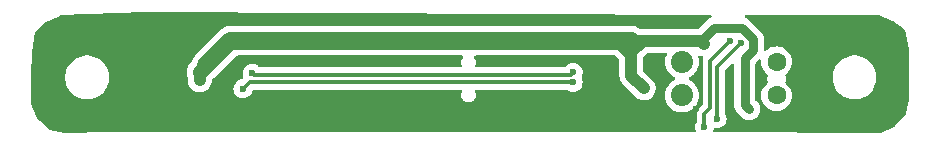
<source format=gbr>
%TF.GenerationSoftware,KiCad,Pcbnew,8.0.5*%
%TF.CreationDate,2025-06-09T13:31:45+03:00*%
%TF.ProjectId,Secondary Board,5365636f-6e64-4617-9279-20426f617264,rev?*%
%TF.SameCoordinates,Original*%
%TF.FileFunction,Copper,L2,Bot*%
%TF.FilePolarity,Positive*%
%FSLAX46Y46*%
G04 Gerber Fmt 4.6, Leading zero omitted, Abs format (unit mm)*
G04 Created by KiCad (PCBNEW 8.0.5) date 2025-06-09 13:31:45*
%MOMM*%
%LPD*%
G01*
G04 APERTURE LIST*
%TA.AperFunction,ComponentPad*%
%ADD10C,1.875000*%
%TD*%
%TA.AperFunction,ComponentPad*%
%ADD11C,1.600000*%
%TD*%
%TA.AperFunction,ViaPad*%
%ADD12C,0.600000*%
%TD*%
%TA.AperFunction,ViaPad*%
%ADD13C,0.800000*%
%TD*%
%TA.AperFunction,Conductor*%
%ADD14C,0.300000*%
%TD*%
%TA.AperFunction,Conductor*%
%ADD15C,1.250000*%
%TD*%
%TA.AperFunction,Conductor*%
%ADD16C,0.800000*%
%TD*%
%TA.AperFunction,Conductor*%
%ADD17C,1.000000*%
%TD*%
%TA.AperFunction,Conductor*%
%ADD18C,1.500000*%
%TD*%
G04 APERTURE END LIST*
D10*
%TO.P,J1,MH1,MH1*%
%TO.N,unconnected-(J1-PadMH1)*%
X165375000Y-93520000D03*
D11*
%TO.P,J1,MH2,MH2*%
%TO.N,unconnected-(J1-PadMH2)*%
X173375000Y-93520000D03*
%TO.P,J1,MH3,MH3*%
%TO.N,unconnected-(J1-PadMH3)*%
X173375000Y-96380000D03*
D10*
%TO.P,J1,MH4,MH4*%
%TO.N,unconnected-(J1-PadMH4)*%
X165375000Y-96380000D03*
%TD*%
D12*
%TO.N,/USB_C_P*%
X169415380Y-91788380D03*
X167275000Y-99048000D03*
%TO.N,/USB_C_N*%
X170389944Y-91953896D03*
X168337000Y-98348000D03*
%TO.N,/USB_N*%
X156162932Y-94433492D03*
X129000000Y-94500000D03*
%TO.N,GND*%
X175925000Y-95025000D03*
D13*
X113050000Y-91550000D03*
D12*
X154675000Y-93400000D03*
D13*
X179900000Y-98700000D03*
X163039944Y-93603896D03*
X111450000Y-96400000D03*
D12*
X166575000Y-97548000D03*
D13*
X147700000Y-98650000D03*
X139950000Y-98200000D03*
X113800000Y-98100000D03*
D12*
X166775000Y-94848000D03*
D13*
X120500000Y-91150000D03*
X117550000Y-91450000D03*
X134750000Y-98150000D03*
D12*
X144775000Y-96775000D03*
D13*
X137000000Y-98150000D03*
X182650000Y-91550000D03*
X159789944Y-97253896D03*
X155675000Y-98725000D03*
D12*
X129200000Y-93300000D03*
D13*
X161439944Y-98803896D03*
X111550000Y-93600000D03*
X177425000Y-98075000D03*
D12*
X139500000Y-93450000D03*
X171975000Y-94848000D03*
D13*
X119550000Y-93625000D03*
X150400000Y-98675000D03*
X182450000Y-97900000D03*
X126350000Y-95599998D03*
X152675000Y-98650000D03*
D12*
X157120840Y-94848000D03*
D13*
X119400000Y-96400000D03*
X177900000Y-91275000D03*
D12*
X124700000Y-90800000D03*
D13*
X142350000Y-98475000D03*
X144925000Y-98550000D03*
D12*
X172575000Y-97748000D03*
D13*
X138500000Y-96600000D03*
X120525000Y-98475000D03*
D12*
X153050000Y-93400000D03*
X137250000Y-93450000D03*
D13*
X154200000Y-97350000D03*
X156989944Y-97253896D03*
X179950000Y-90800000D03*
D12*
X172575000Y-91948000D03*
D13*
X141300000Y-96750000D03*
D12*
X142150000Y-93450000D03*
X131500000Y-93450000D03*
X127450000Y-94300000D03*
D13*
X117150000Y-97950000D03*
X158389944Y-98753896D03*
X183400000Y-94950000D03*
D12*
X150300000Y-96875000D03*
%TO.N,/USB_P*%
X156154234Y-95277449D03*
X128200000Y-95800000D03*
%TO.N,/VBUS*%
X171375000Y-92548000D03*
D13*
X125075000Y-93875000D03*
D12*
X171075000Y-97548000D03*
X167275000Y-92048000D03*
X161450000Y-95150000D03*
X162150000Y-95750000D03*
X170655000Y-95028000D03*
D13*
X124525000Y-95100000D03*
%TD*%
D14*
%TO.N,/USB_C_P*%
X167275000Y-97948000D02*
X167275000Y-99048000D01*
X167775000Y-97448000D02*
X167275000Y-97948000D01*
X167775000Y-93418840D02*
X167775000Y-97448000D01*
X169415380Y-91788380D02*
X169405460Y-91788380D01*
X169405460Y-91788380D02*
X167775000Y-93418840D01*
%TO.N,/USB_C_N*%
X168337000Y-94006840D02*
X168337000Y-98348000D01*
X170389944Y-91953896D02*
X168337000Y-94006840D01*
%TO.N,/USB_N*%
X156162932Y-94433492D02*
X156162932Y-94461669D01*
X129000000Y-94500000D02*
X129150000Y-94650000D01*
X155946424Y-94650000D02*
X156162932Y-94433492D01*
X129150000Y-94650000D02*
X155946424Y-94650000D01*
%TO.N,/USB_P*%
X128200000Y-95800000D02*
X128775000Y-95225000D01*
X156154234Y-95277449D02*
X156105681Y-95228896D01*
X128775000Y-95225000D02*
X156101785Y-95225000D01*
X156101785Y-95225000D02*
X156154234Y-95277449D01*
D15*
%TO.N,/VBUS*%
X125150000Y-93825000D02*
X124550000Y-94425000D01*
D16*
X171375000Y-91561604D02*
X170461396Y-90648000D01*
D17*
X166975000Y-91748000D02*
X167275000Y-92048000D01*
D16*
X171075000Y-97548000D02*
X170675000Y-97148000D01*
D14*
X171275000Y-92448000D02*
X171275000Y-92028761D01*
D17*
X124550000Y-95100000D02*
X124550000Y-94400000D01*
X161075000Y-91748000D02*
X162039944Y-91748000D01*
X161075000Y-92712944D02*
X162039944Y-91748000D01*
D18*
X127180896Y-91744104D02*
X159886048Y-91744104D01*
D17*
X161075000Y-94648000D02*
X161075000Y-94700000D01*
D16*
X170675000Y-97148000D02*
X170675000Y-93248000D01*
X170461396Y-90648000D02*
X168075000Y-90648000D01*
X170675000Y-93248000D02*
X171375000Y-92548000D01*
D17*
X161075000Y-93053896D02*
X161075000Y-94648000D01*
X161075000Y-94700000D02*
X162150000Y-95775000D01*
D16*
X171375000Y-92548000D02*
X171375000Y-91561604D01*
D18*
X159886048Y-91744104D02*
X159889944Y-91748000D01*
D16*
X168075000Y-90648000D02*
X166975000Y-91748000D01*
D18*
X125109552Y-93815448D02*
X127055896Y-91869104D01*
D17*
X161075000Y-92933056D02*
X159889944Y-91748000D01*
X161075000Y-91748000D02*
X166975000Y-91748000D01*
D14*
X171375000Y-92548000D02*
X171275000Y-92448000D01*
D17*
X161075000Y-93053896D02*
X161075000Y-92712944D01*
X161075000Y-93053896D02*
X161075000Y-92933056D01*
D18*
X159889944Y-91748000D02*
X161075000Y-91748000D01*
D17*
X161075000Y-91748000D02*
X161075000Y-93053896D01*
D18*
X127055896Y-91869104D02*
X127180896Y-91744104D01*
%TD*%
%TA.AperFunction,Conductor*%
%TO.N,GND*%
G36*
X182125875Y-89599903D02*
G01*
X182172327Y-89609134D01*
X182187116Y-89615184D01*
X183001979Y-89948537D01*
X183233828Y-90043384D01*
X183263714Y-90060827D01*
X184166333Y-90773421D01*
X184206754Y-90830411D01*
X184210047Y-90841698D01*
X184596307Y-92444675D01*
X184599740Y-92475766D01*
X184575288Y-93959995D01*
X184575056Y-93974104D01*
X184575288Y-93999500D01*
X184599874Y-96696257D01*
X184597112Y-96723437D01*
X184346733Y-97888664D01*
X184318925Y-97944148D01*
X183398974Y-98998258D01*
X183353374Y-99031130D01*
X182183032Y-99520371D01*
X182135035Y-99529965D01*
X168135813Y-99510593D01*
X168068801Y-99490816D01*
X168023119Y-99437948D01*
X168013272Y-99368776D01*
X168018944Y-99345638D01*
X168062669Y-99220681D01*
X168065434Y-99221648D01*
X168093121Y-99172112D01*
X168154770Y-99139233D01*
X168193817Y-99137433D01*
X168336996Y-99153565D01*
X168337000Y-99153565D01*
X168337004Y-99153565D01*
X168516249Y-99133369D01*
X168516252Y-99133368D01*
X168516255Y-99133368D01*
X168686522Y-99073789D01*
X168839262Y-98977816D01*
X168966816Y-98850262D01*
X169062789Y-98697522D01*
X169122368Y-98527255D01*
X169131242Y-98448498D01*
X169142565Y-98348003D01*
X169142565Y-98347996D01*
X169122369Y-98168750D01*
X169122366Y-98168737D01*
X169062790Y-97998481D01*
X169062789Y-97998478D01*
X169028651Y-97944148D01*
X169006506Y-97908903D01*
X168987500Y-97842931D01*
X168987500Y-94327648D01*
X169007185Y-94260609D01*
X169023819Y-94239967D01*
X169562819Y-93700967D01*
X169624142Y-93667482D01*
X169693834Y-93672466D01*
X169749767Y-93714338D01*
X169774184Y-93779802D01*
X169774500Y-93788648D01*
X169774500Y-97236696D01*
X169809103Y-97410659D01*
X169809104Y-97410663D01*
X169809105Y-97410666D01*
X169829254Y-97459308D01*
X169876984Y-97574542D01*
X169876988Y-97574549D01*
X169918510Y-97636692D01*
X169918511Y-97636692D01*
X169975537Y-97722038D01*
X169975540Y-97722041D01*
X170500960Y-98247460D01*
X170500964Y-98247463D01*
X170648446Y-98346008D01*
X170648455Y-98346013D01*
X170685579Y-98361390D01*
X170812334Y-98413894D01*
X170986303Y-98448498D01*
X170986307Y-98448499D01*
X170986308Y-98448499D01*
X171163692Y-98448499D01*
X171163693Y-98448498D01*
X171337666Y-98413894D01*
X171501546Y-98346012D01*
X171649035Y-98247463D01*
X171774463Y-98122035D01*
X171873012Y-97974546D01*
X171940894Y-97810666D01*
X171974866Y-97639873D01*
X171975499Y-97636692D01*
X171975499Y-97459303D01*
X171940895Y-97285341D01*
X171940894Y-97285334D01*
X171873012Y-97121453D01*
X171873011Y-97121452D01*
X171873008Y-97121446D01*
X171774463Y-96973964D01*
X171774460Y-96973960D01*
X171611819Y-96811319D01*
X171578334Y-96749996D01*
X171575500Y-96723638D01*
X171575500Y-93672361D01*
X171595185Y-93605322D01*
X171611819Y-93584680D01*
X171717075Y-93479424D01*
X171866314Y-93330184D01*
X171927635Y-93296701D01*
X171997326Y-93301685D01*
X172053260Y-93343556D01*
X172077677Y-93409021D01*
X172077521Y-93428673D01*
X172069532Y-93519996D01*
X172069532Y-93520001D01*
X172089364Y-93746686D01*
X172089366Y-93746697D01*
X172148258Y-93966488D01*
X172148261Y-93966497D01*
X172244431Y-94172732D01*
X172244432Y-94172734D01*
X172374954Y-94359141D01*
X172535857Y-94520044D01*
X172535860Y-94520046D01*
X172535861Y-94520047D01*
X172579606Y-94550677D01*
X172623231Y-94605252D01*
X172630425Y-94674751D01*
X172623045Y-94699703D01*
X172614878Y-94719420D01*
X172614876Y-94719427D01*
X172584500Y-94872138D01*
X172584500Y-95027861D01*
X172614876Y-95180572D01*
X172614878Y-95180580D01*
X172623043Y-95200293D01*
X172623044Y-95200294D01*
X172630513Y-95269764D01*
X172599238Y-95332243D01*
X172579608Y-95349320D01*
X172535861Y-95379953D01*
X172374951Y-95540862D01*
X172244432Y-95727265D01*
X172244431Y-95727267D01*
X172148261Y-95933502D01*
X172148258Y-95933511D01*
X172089366Y-96153302D01*
X172089364Y-96153313D01*
X172069532Y-96379998D01*
X172069532Y-96380001D01*
X172089364Y-96606686D01*
X172089366Y-96606697D01*
X172148258Y-96826488D01*
X172148261Y-96826497D01*
X172244431Y-97032732D01*
X172244432Y-97032734D01*
X172374954Y-97219141D01*
X172535858Y-97380045D01*
X172535861Y-97380047D01*
X172722266Y-97510568D01*
X172928504Y-97606739D01*
X173148308Y-97665635D01*
X173310230Y-97679801D01*
X173374998Y-97685468D01*
X173375000Y-97685468D01*
X173375002Y-97685468D01*
X173431673Y-97680509D01*
X173601692Y-97665635D01*
X173821496Y-97606739D01*
X174027734Y-97510568D01*
X174214139Y-97380047D01*
X174375047Y-97219139D01*
X174505568Y-97032734D01*
X174601739Y-96826496D01*
X174660635Y-96606692D01*
X174680468Y-96380000D01*
X174680467Y-96379994D01*
X174669000Y-96248921D01*
X174660635Y-96153308D01*
X174601739Y-95933504D01*
X174505568Y-95727266D01*
X174375047Y-95540861D01*
X174375045Y-95540858D01*
X174214140Y-95379953D01*
X174170394Y-95349322D01*
X174126769Y-95294745D01*
X174119576Y-95225247D01*
X174126957Y-95200293D01*
X174135119Y-95180588D01*
X174135119Y-95180585D01*
X174135122Y-95180580D01*
X174165500Y-95027857D01*
X174165500Y-94872143D01*
X174135797Y-94722815D01*
X178134556Y-94722815D01*
X178134556Y-94965392D01*
X178166217Y-95205889D01*
X178229003Y-95440208D01*
X178321829Y-95664309D01*
X178321832Y-95664316D01*
X178443120Y-95874393D01*
X178443122Y-95874396D01*
X178443123Y-95874397D01*
X178590789Y-96066840D01*
X178590795Y-96066847D01*
X178762312Y-96238364D01*
X178762319Y-96238370D01*
X178794925Y-96263389D01*
X178954767Y-96386040D01*
X179164844Y-96507328D01*
X179388956Y-96600158D01*
X179623267Y-96662942D01*
X179803642Y-96686688D01*
X179863767Y-96694604D01*
X179863768Y-96694604D01*
X180106345Y-96694604D01*
X180154444Y-96688271D01*
X180346845Y-96662942D01*
X180581156Y-96600158D01*
X180805268Y-96507328D01*
X181015345Y-96386040D01*
X181207794Y-96238369D01*
X181379321Y-96066842D01*
X181526992Y-95874393D01*
X181648280Y-95664316D01*
X181741110Y-95440204D01*
X181803894Y-95205893D01*
X181835556Y-94965392D01*
X181835556Y-94722816D01*
X181803894Y-94482315D01*
X181741110Y-94248004D01*
X181648280Y-94023892D01*
X181526992Y-93813815D01*
X181399853Y-93648124D01*
X181379322Y-93621367D01*
X181379316Y-93621360D01*
X181207799Y-93449843D01*
X181207792Y-93449837D01*
X181015349Y-93302171D01*
X181015348Y-93302170D01*
X181015345Y-93302168D01*
X180805268Y-93180880D01*
X180800068Y-93178726D01*
X180581160Y-93088051D01*
X180346841Y-93025265D01*
X180106345Y-92993604D01*
X180106344Y-92993604D01*
X179863768Y-92993604D01*
X179863767Y-92993604D01*
X179623270Y-93025265D01*
X179388951Y-93088051D01*
X179164850Y-93180877D01*
X179164841Y-93180881D01*
X178954762Y-93302171D01*
X178762319Y-93449837D01*
X178762312Y-93449843D01*
X178590795Y-93621360D01*
X178590789Y-93621367D01*
X178443123Y-93813810D01*
X178321833Y-94023889D01*
X178321831Y-94023894D01*
X178229003Y-94247999D01*
X178166217Y-94482318D01*
X178134556Y-94722815D01*
X174135797Y-94722815D01*
X174135122Y-94719420D01*
X174126955Y-94699705D01*
X174119486Y-94630238D01*
X174150759Y-94567758D01*
X174170386Y-94550682D01*
X174214139Y-94520047D01*
X174375047Y-94359139D01*
X174505568Y-94172734D01*
X174601739Y-93966496D01*
X174660635Y-93746692D01*
X174680468Y-93520000D01*
X174680467Y-93519994D01*
X174672478Y-93428673D01*
X174660635Y-93293308D01*
X174601739Y-93073504D01*
X174505568Y-92867266D01*
X174375047Y-92680861D01*
X174375045Y-92680858D01*
X174214141Y-92519954D01*
X174027734Y-92389432D01*
X174027732Y-92389431D01*
X173821497Y-92293261D01*
X173821488Y-92293258D01*
X173601697Y-92234366D01*
X173601693Y-92234365D01*
X173601692Y-92234365D01*
X173601691Y-92234364D01*
X173601686Y-92234364D01*
X173375002Y-92214532D01*
X173374998Y-92214532D01*
X173148313Y-92234364D01*
X173148302Y-92234366D01*
X172928511Y-92293258D01*
X172928502Y-92293261D01*
X172722267Y-92389431D01*
X172722265Y-92389432D01*
X172535858Y-92519954D01*
X172487181Y-92568632D01*
X172425858Y-92602117D01*
X172356166Y-92597133D01*
X172300233Y-92555261D01*
X172275816Y-92489797D01*
X172275500Y-92480951D01*
X172275500Y-91472914D01*
X172275499Y-91472907D01*
X172272169Y-91456161D01*
X172272169Y-91456160D01*
X172240896Y-91298945D01*
X172240895Y-91298938D01*
X172189841Y-91175684D01*
X172173013Y-91135057D01*
X172173012Y-91135055D01*
X172173011Y-91135053D01*
X172084783Y-91003012D01*
X172084780Y-91003008D01*
X172074464Y-90987568D01*
X171035431Y-89948535D01*
X171035426Y-89948531D01*
X170976357Y-89909064D01*
X170976356Y-89909063D01*
X170887940Y-89849985D01*
X170887938Y-89849984D01*
X170806003Y-89816046D01*
X170806002Y-89816046D01*
X170750291Y-89792969D01*
X170695889Y-89749128D01*
X170673825Y-89682834D01*
X170691105Y-89615135D01*
X170742242Y-89567525D01*
X170798241Y-89554410D01*
X182125875Y-89599903D01*
G37*
%TD.AperFunction*%
%TA.AperFunction,Conductor*%
G36*
X167768522Y-89542243D02*
G01*
X167835482Y-89562197D01*
X167881024Y-89615184D01*
X167890690Y-89684382D01*
X167861410Y-89747820D01*
X167815477Y-89780803D01*
X167730393Y-89816046D01*
X167648455Y-89849985D01*
X167560040Y-89909063D01*
X167560039Y-89909064D01*
X167500961Y-89948537D01*
X167500960Y-89948538D01*
X166738319Y-90711181D01*
X166676996Y-90744666D01*
X166650638Y-90747500D01*
X161865699Y-90747500D01*
X161798660Y-90727815D01*
X161792814Y-90723818D01*
X161730408Y-90678478D01*
X161730407Y-90678477D01*
X161730405Y-90678476D01*
X161675636Y-90650569D01*
X161555029Y-90589117D01*
X161367826Y-90528290D01*
X161173422Y-90497500D01*
X161173417Y-90497500D01*
X160018822Y-90497500D01*
X159999424Y-90495973D01*
X159990094Y-90494495D01*
X159984466Y-90493604D01*
X159984465Y-90493604D01*
X127082479Y-90493604D01*
X127082474Y-90493604D01*
X126888069Y-90524394D01*
X126700865Y-90585221D01*
X126525490Y-90674580D01*
X126434638Y-90740588D01*
X126366251Y-90790275D01*
X126366249Y-90790277D01*
X126366248Y-90790277D01*
X124155726Y-93000799D01*
X124155726Y-93000800D01*
X124155724Y-93000802D01*
X124137950Y-93025266D01*
X124040028Y-93160042D01*
X123950670Y-93335416D01*
X123950668Y-93335421D01*
X123950668Y-93335422D01*
X123926754Y-93409021D01*
X123913077Y-93451113D01*
X123882828Y-93500474D01*
X123691513Y-93691790D01*
X123587389Y-93835106D01*
X123506957Y-93992960D01*
X123452214Y-94161442D01*
X123432553Y-94285579D01*
X123424500Y-94336421D01*
X123424500Y-94513579D01*
X123430183Y-94549459D01*
X123452214Y-94688557D01*
X123506957Y-94857040D01*
X123506960Y-94857047D01*
X123535984Y-94914007D01*
X123549500Y-94970303D01*
X123549500Y-95198541D01*
X123549500Y-95198543D01*
X123549499Y-95198543D01*
X123587947Y-95391829D01*
X123587950Y-95391839D01*
X123663364Y-95573907D01*
X123663371Y-95573920D01*
X123772860Y-95737781D01*
X123772863Y-95737785D01*
X123912214Y-95877136D01*
X123912218Y-95877139D01*
X124076079Y-95986628D01*
X124076092Y-95986635D01*
X124221715Y-96046953D01*
X124258165Y-96062051D01*
X124258169Y-96062051D01*
X124258170Y-96062052D01*
X124451456Y-96100500D01*
X124451459Y-96100500D01*
X124648543Y-96100500D01*
X124817779Y-96066836D01*
X124841835Y-96062051D01*
X125023914Y-95986632D01*
X125187782Y-95877139D01*
X125327139Y-95737782D01*
X125436632Y-95573914D01*
X125512051Y-95391835D01*
X125530768Y-95297738D01*
X125550500Y-95198543D01*
X125550500Y-95070229D01*
X125570185Y-95003190D01*
X125618204Y-94959745D01*
X125764957Y-94884972D01*
X125924198Y-94769276D01*
X127662551Y-93030923D01*
X127723874Y-92997438D01*
X127750232Y-92994604D01*
X146703537Y-92994604D01*
X146770576Y-93014289D01*
X146816331Y-93067093D01*
X146826275Y-93136251D01*
X146806639Y-93187495D01*
X146745692Y-93278707D01*
X146745687Y-93278716D01*
X146698538Y-93392545D01*
X146698535Y-93392555D01*
X146674500Y-93513389D01*
X146674500Y-93636610D01*
X146698535Y-93757444D01*
X146698537Y-93757452D01*
X146721881Y-93813810D01*
X146727779Y-93828047D01*
X146735248Y-93897516D01*
X146703973Y-93959995D01*
X146643885Y-93995648D01*
X146613218Y-93999500D01*
X129682941Y-93999500D01*
X129615902Y-93979815D01*
X129595260Y-93963182D01*
X129559089Y-93927011D01*
X129502262Y-93870184D01*
X129446436Y-93835106D01*
X129349523Y-93774211D01*
X129179254Y-93714631D01*
X129179249Y-93714630D01*
X129000004Y-93694435D01*
X128999996Y-93694435D01*
X128820750Y-93714630D01*
X128820745Y-93714631D01*
X128650476Y-93774211D01*
X128497737Y-93870184D01*
X128370184Y-93997737D01*
X128274211Y-94150476D01*
X128214631Y-94320745D01*
X128214630Y-94320750D01*
X128194435Y-94499996D01*
X128194435Y-94500003D01*
X128214631Y-94679252D01*
X128237155Y-94743623D01*
X128240716Y-94813402D01*
X128207794Y-94872258D01*
X128101775Y-94978277D01*
X128040452Y-95011762D01*
X128027988Y-95013815D01*
X128020752Y-95014630D01*
X128020744Y-95014632D01*
X127850478Y-95074210D01*
X127697737Y-95170184D01*
X127570184Y-95297737D01*
X127474211Y-95450476D01*
X127414631Y-95620745D01*
X127414630Y-95620750D01*
X127394435Y-95799996D01*
X127394435Y-95800003D01*
X127414630Y-95979249D01*
X127414631Y-95979254D01*
X127474211Y-96149523D01*
X127570184Y-96302262D01*
X127697738Y-96429816D01*
X127788080Y-96486582D01*
X127821100Y-96507330D01*
X127850478Y-96525789D01*
X127925785Y-96552140D01*
X128020745Y-96585368D01*
X128020750Y-96585369D01*
X128199996Y-96605565D01*
X128200000Y-96605565D01*
X128200004Y-96605565D01*
X128379249Y-96585369D01*
X128379252Y-96585368D01*
X128379255Y-96585368D01*
X128549522Y-96525789D01*
X128702262Y-96429816D01*
X128829816Y-96302262D01*
X128925789Y-96149522D01*
X128985368Y-95979255D01*
X128985369Y-95979249D01*
X128986917Y-95972468D01*
X128989886Y-95973145D01*
X129011736Y-95921181D01*
X129069340Y-95881639D01*
X129107872Y-95875500D01*
X146623573Y-95875500D01*
X146690612Y-95895185D01*
X146736367Y-95947989D01*
X146746311Y-96017147D01*
X146738134Y-96046953D01*
X146698538Y-96142545D01*
X146698535Y-96142555D01*
X146674500Y-96263389D01*
X146674500Y-96386610D01*
X146698535Y-96507444D01*
X146698538Y-96507454D01*
X146745687Y-96621283D01*
X146745692Y-96621292D01*
X146814141Y-96723732D01*
X146814144Y-96723736D01*
X146901263Y-96810855D01*
X146901267Y-96810858D01*
X147003707Y-96879307D01*
X147003713Y-96879310D01*
X147003714Y-96879311D01*
X147117548Y-96926463D01*
X147238389Y-96950499D01*
X147238393Y-96950500D01*
X147238394Y-96950500D01*
X147361607Y-96950500D01*
X147361608Y-96950499D01*
X147482452Y-96926463D01*
X147596286Y-96879311D01*
X147698733Y-96810858D01*
X147785858Y-96723733D01*
X147854311Y-96621286D01*
X147901463Y-96507452D01*
X147925500Y-96386606D01*
X147925500Y-96263394D01*
X147901463Y-96142548D01*
X147861866Y-96046953D01*
X147854397Y-95977483D01*
X147885672Y-95915004D01*
X147945761Y-95879352D01*
X147976427Y-95875500D01*
X155568845Y-95875500D01*
X155635884Y-95895185D01*
X155646121Y-95903434D01*
X155646529Y-95902924D01*
X155651971Y-95907264D01*
X155651972Y-95907265D01*
X155716784Y-95947989D01*
X155778288Y-95986635D01*
X155804712Y-96003238D01*
X155972784Y-96062049D01*
X155974979Y-96062817D01*
X155974984Y-96062818D01*
X156154230Y-96083014D01*
X156154234Y-96083014D01*
X156154238Y-96083014D01*
X156333483Y-96062818D01*
X156333486Y-96062817D01*
X156333489Y-96062817D01*
X156503756Y-96003238D01*
X156656496Y-95907265D01*
X156784050Y-95779711D01*
X156880023Y-95626971D01*
X156939602Y-95456704D01*
X156939603Y-95456698D01*
X156959799Y-95277452D01*
X156959799Y-95277445D01*
X156939603Y-95098199D01*
X156939602Y-95098194D01*
X156925749Y-95058605D01*
X156880023Y-94927927D01*
X156880022Y-94927926D01*
X156880020Y-94927919D01*
X156877003Y-94921654D01*
X156878232Y-94921061D01*
X156861298Y-94861119D01*
X156880299Y-94796417D01*
X156888721Y-94783014D01*
X156948300Y-94612747D01*
X156948862Y-94607760D01*
X156968497Y-94433495D01*
X156968497Y-94433488D01*
X156948301Y-94254242D01*
X156948300Y-94254237D01*
X156915830Y-94161444D01*
X156888721Y-94083970D01*
X156792748Y-93931230D01*
X156665194Y-93803676D01*
X156618301Y-93774211D01*
X156512455Y-93707703D01*
X156342186Y-93648123D01*
X156342181Y-93648122D01*
X156162936Y-93627927D01*
X156162928Y-93627927D01*
X155983682Y-93648122D01*
X155983677Y-93648123D01*
X155813408Y-93707703D01*
X155660669Y-93803676D01*
X155533116Y-93931229D01*
X155533114Y-93931232D01*
X155526681Y-93941471D01*
X155474347Y-93987763D01*
X155421687Y-93999500D01*
X147986782Y-93999500D01*
X147919743Y-93979815D01*
X147873988Y-93927011D01*
X147864044Y-93857853D01*
X147872221Y-93828047D01*
X147878116Y-93813815D01*
X147901463Y-93757452D01*
X147925500Y-93636606D01*
X147925500Y-93513394D01*
X147901463Y-93392548D01*
X147854311Y-93278714D01*
X147854310Y-93278713D01*
X147854307Y-93278707D01*
X147793361Y-93187495D01*
X147772483Y-93120817D01*
X147790968Y-93053437D01*
X147842946Y-93006747D01*
X147896463Y-92994604D01*
X159670266Y-92994604D01*
X159737305Y-93014289D01*
X159757947Y-93030923D01*
X160038181Y-93311157D01*
X160071666Y-93372480D01*
X160074500Y-93398838D01*
X160074500Y-94798542D01*
X160083836Y-94845476D01*
X160083836Y-94845477D01*
X160112947Y-94991828D01*
X160112949Y-94991836D01*
X160132548Y-95039152D01*
X160132548Y-95039153D01*
X160188364Y-95173907D01*
X160188371Y-95173920D01*
X160297859Y-95337780D01*
X160297860Y-95337781D01*
X160297861Y-95337782D01*
X160437218Y-95477139D01*
X160437219Y-95477139D01*
X160444286Y-95484206D01*
X160444285Y-95484206D01*
X160444289Y-95484209D01*
X161512215Y-96552137D01*
X161512219Y-96552140D01*
X161676079Y-96661628D01*
X161676088Y-96661633D01*
X161717334Y-96678717D01*
X161858165Y-96737052D01*
X162048941Y-96775000D01*
X162051455Y-96775500D01*
X162051458Y-96775501D01*
X162051460Y-96775501D01*
X162248543Y-96775501D01*
X162248544Y-96775500D01*
X162441836Y-96737052D01*
X162623915Y-96661632D01*
X162787782Y-96552140D01*
X162927140Y-96412782D01*
X163036632Y-96248915D01*
X163112052Y-96066836D01*
X163150501Y-95873541D01*
X163150501Y-95676460D01*
X163150501Y-95676457D01*
X163150500Y-95676455D01*
X163140657Y-95626971D01*
X163112052Y-95483165D01*
X163043804Y-95318400D01*
X163036633Y-95301088D01*
X163036628Y-95301079D01*
X162927140Y-95137219D01*
X162927137Y-95137215D01*
X162111819Y-94321897D01*
X162078334Y-94260574D01*
X162075500Y-94234216D01*
X162075500Y-93178726D01*
X162095185Y-93111687D01*
X162111819Y-93091045D01*
X162418045Y-92784819D01*
X162479368Y-92751334D01*
X162505726Y-92748500D01*
X163953358Y-92748500D01*
X164020397Y-92768185D01*
X164066152Y-92820989D01*
X164076096Y-92890147D01*
X164066914Y-92922310D01*
X164010254Y-93051481D01*
X163951751Y-93282505D01*
X163932072Y-93519994D01*
X163932072Y-93520005D01*
X163951751Y-93757494D01*
X164010254Y-93988518D01*
X164105982Y-94206757D01*
X164236322Y-94406259D01*
X164236325Y-94406263D01*
X164236327Y-94406265D01*
X164397731Y-94581597D01*
X164397734Y-94581599D01*
X164397737Y-94581602D01*
X164585784Y-94727965D01*
X164585791Y-94727969D01*
X164585793Y-94727971D01*
X164729518Y-94805751D01*
X164779108Y-94854969D01*
X164794500Y-94914805D01*
X164794500Y-94985194D01*
X164774815Y-95052233D01*
X164729518Y-95094249D01*
X164585790Y-95172030D01*
X164585784Y-95172034D01*
X164397737Y-95318397D01*
X164397734Y-95318400D01*
X164397731Y-95318402D01*
X164397731Y-95318403D01*
X164369269Y-95349321D01*
X164236322Y-95493740D01*
X164105982Y-95693242D01*
X164010254Y-95911481D01*
X163951751Y-96142505D01*
X163932072Y-96379994D01*
X163932072Y-96380005D01*
X163951751Y-96617494D01*
X163951751Y-96617497D01*
X163951752Y-96617498D01*
X163952711Y-96621286D01*
X164010254Y-96848518D01*
X164105982Y-97066757D01*
X164236322Y-97266259D01*
X164236325Y-97266263D01*
X164236327Y-97266265D01*
X164397731Y-97441597D01*
X164397734Y-97441599D01*
X164397737Y-97441602D01*
X164585784Y-97587965D01*
X164585790Y-97587969D01*
X164585793Y-97587971D01*
X164729300Y-97665633D01*
X164765951Y-97685468D01*
X164795382Y-97701395D01*
X165020782Y-97778775D01*
X165255844Y-97818000D01*
X165255845Y-97818000D01*
X165494155Y-97818000D01*
X165494156Y-97818000D01*
X165729218Y-97778775D01*
X165954618Y-97701395D01*
X166164207Y-97587971D01*
X166352269Y-97441597D01*
X166513673Y-97266265D01*
X166644017Y-97066758D01*
X166739746Y-96848518D01*
X166798248Y-96617498D01*
X166807367Y-96507452D01*
X166817928Y-96380005D01*
X166817928Y-96379994D01*
X166798830Y-96149523D01*
X166798248Y-96142502D01*
X166739746Y-95911482D01*
X166644017Y-95693242D01*
X166596653Y-95620745D01*
X166513677Y-95493740D01*
X166513674Y-95493737D01*
X166513673Y-95493735D01*
X166352269Y-95318403D01*
X166352264Y-95318399D01*
X166352262Y-95318397D01*
X166164215Y-95172034D01*
X166164209Y-95172030D01*
X166020482Y-95094249D01*
X165970892Y-95045029D01*
X165955500Y-94985194D01*
X165955500Y-94914805D01*
X165975185Y-94847766D01*
X166020481Y-94805751D01*
X166164207Y-94727971D01*
X166170832Y-94722815D01*
X166312255Y-94612741D01*
X166352269Y-94581597D01*
X166513673Y-94406265D01*
X166644017Y-94206758D01*
X166739746Y-93988518D01*
X166798248Y-93757498D01*
X166808265Y-93636610D01*
X166817928Y-93520005D01*
X166817928Y-93519994D01*
X166802633Y-93335422D01*
X166798248Y-93282502D01*
X166760168Y-93132127D01*
X166762793Y-93062310D01*
X166802749Y-93004993D01*
X166867350Y-92978376D01*
X166927825Y-92987128D01*
X166983164Y-93010051D01*
X167072473Y-93027815D01*
X167134382Y-93060199D01*
X167168956Y-93120914D01*
X167165217Y-93190684D01*
X167162845Y-93196874D01*
X167149499Y-93229096D01*
X167149498Y-93229099D01*
X167149498Y-93229100D01*
X167149497Y-93229101D01*
X167124500Y-93354768D01*
X167124500Y-97127191D01*
X167104815Y-97194230D01*
X167088181Y-97214872D01*
X166769727Y-97533325D01*
X166769724Y-97533328D01*
X166720673Y-97606740D01*
X166698535Y-97639871D01*
X166649499Y-97758255D01*
X166649497Y-97758261D01*
X166624500Y-97883928D01*
X166624500Y-98542931D01*
X166605494Y-98608903D01*
X166549211Y-98698477D01*
X166549209Y-98698481D01*
X166489633Y-98868737D01*
X166489630Y-98868750D01*
X166469435Y-99047996D01*
X166469435Y-99048003D01*
X166489630Y-99227249D01*
X166489632Y-99227257D01*
X166530222Y-99343256D01*
X166533783Y-99413034D01*
X166499054Y-99473662D01*
X166437061Y-99505889D01*
X166413008Y-99508210D01*
X120085080Y-99444104D01*
X120085077Y-99444104D01*
X120085056Y-99444104D01*
X116879048Y-99481501D01*
X113161374Y-99524867D01*
X113138781Y-99523058D01*
X111885484Y-99306141D01*
X111823326Y-99275807D01*
X110997992Y-98527249D01*
X110795857Y-98343917D01*
X110764358Y-98298928D01*
X110692158Y-98122038D01*
X110284333Y-97122866D01*
X110275141Y-97075302D01*
X110288661Y-94722815D01*
X113149500Y-94722815D01*
X113149500Y-94965392D01*
X113181161Y-95205889D01*
X113243947Y-95440208D01*
X113336773Y-95664309D01*
X113336776Y-95664316D01*
X113458064Y-95874393D01*
X113458066Y-95874396D01*
X113458067Y-95874397D01*
X113605733Y-96066840D01*
X113605739Y-96066847D01*
X113777256Y-96238364D01*
X113777263Y-96238370D01*
X113809869Y-96263389D01*
X113969711Y-96386040D01*
X114179788Y-96507328D01*
X114403900Y-96600158D01*
X114638211Y-96662942D01*
X114818586Y-96686688D01*
X114878711Y-96694604D01*
X114878712Y-96694604D01*
X115121289Y-96694604D01*
X115169388Y-96688271D01*
X115361789Y-96662942D01*
X115596100Y-96600158D01*
X115820212Y-96507328D01*
X116030289Y-96386040D01*
X116222738Y-96238369D01*
X116394265Y-96066842D01*
X116541936Y-95874393D01*
X116663224Y-95664316D01*
X116756054Y-95440204D01*
X116818838Y-95205893D01*
X116850500Y-94965392D01*
X116850500Y-94722816D01*
X116818838Y-94482315D01*
X116756054Y-94248004D01*
X116663224Y-94023892D01*
X116541936Y-93813815D01*
X116414797Y-93648124D01*
X116394266Y-93621367D01*
X116394260Y-93621360D01*
X116222743Y-93449843D01*
X116222736Y-93449837D01*
X116030293Y-93302171D01*
X116030292Y-93302170D01*
X116030289Y-93302168D01*
X115820212Y-93180880D01*
X115815012Y-93178726D01*
X115596104Y-93088051D01*
X115361785Y-93025265D01*
X115121289Y-92993604D01*
X115121288Y-92993604D01*
X114878712Y-92993604D01*
X114878711Y-92993604D01*
X114638214Y-93025265D01*
X114403895Y-93088051D01*
X114179794Y-93180877D01*
X114179785Y-93180881D01*
X113969706Y-93302171D01*
X113777263Y-93449837D01*
X113777256Y-93449843D01*
X113605739Y-93621360D01*
X113605733Y-93621367D01*
X113458067Y-93813810D01*
X113336777Y-94023889D01*
X113336775Y-94023894D01*
X113243947Y-94247999D01*
X113181161Y-94482318D01*
X113149500Y-94722815D01*
X110288661Y-94722815D01*
X110299941Y-92760185D01*
X110301721Y-92739958D01*
X110593008Y-91040784D01*
X110623737Y-90978036D01*
X110630084Y-90971587D01*
X111485127Y-90164046D01*
X111518598Y-90141475D01*
X112677444Y-89610337D01*
X112724797Y-89599138D01*
X119897623Y-89350082D01*
X119902361Y-89350009D01*
X167768522Y-89542243D01*
G37*
%TD.AperFunction*%
%TD*%
M02*

</source>
